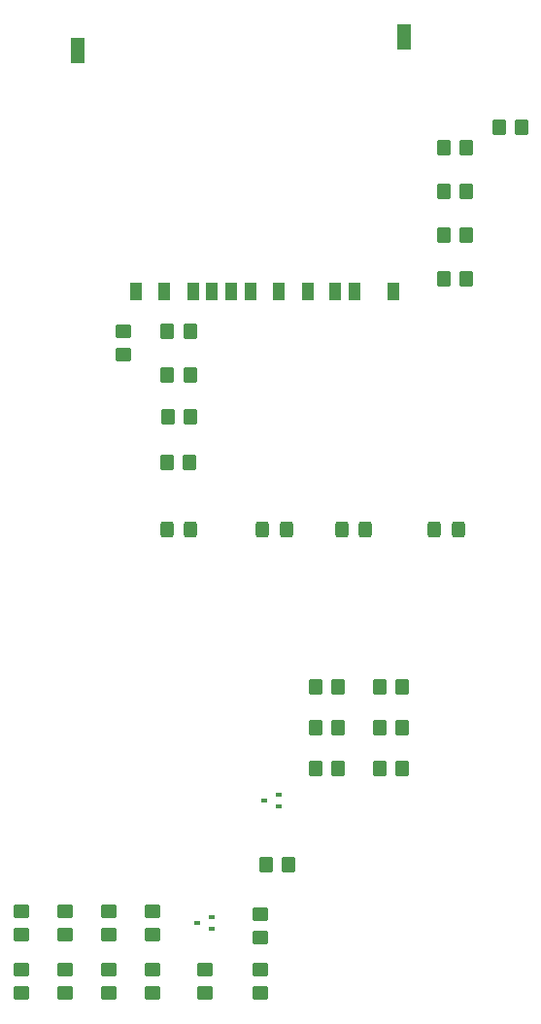
<source format=gtp>
G04 #@! TF.GenerationSoftware,KiCad,Pcbnew,6.0.0*
G04 #@! TF.CreationDate,2022-01-27T20:05:15-05:00*
G04 #@! TF.ProjectId,rlcs_power,726c6373-5f70-46f7-9765-722e6b696361,rev?*
G04 #@! TF.SameCoordinates,Original*
G04 #@! TF.FileFunction,Paste,Top*
G04 #@! TF.FilePolarity,Positive*
%FSLAX46Y46*%
G04 Gerber Fmt 4.6, Leading zero omitted, Abs format (unit mm)*
G04 Created by KiCad (PCBNEW 6.0.0) date 2022-01-27 20:05:15*
%MOMM*%
%LPD*%
G01*
G04 APERTURE LIST*
G04 Aperture macros list*
%AMRoundRect*
0 Rectangle with rounded corners*
0 $1 Rounding radius*
0 $2 $3 $4 $5 $6 $7 $8 $9 X,Y pos of 4 corners*
0 Add a 4 corners polygon primitive as box body*
4,1,4,$2,$3,$4,$5,$6,$7,$8,$9,$2,$3,0*
0 Add four circle primitives for the rounded corners*
1,1,$1+$1,$2,$3*
1,1,$1+$1,$4,$5*
1,1,$1+$1,$6,$7*
1,1,$1+$1,$8,$9*
0 Add four rect primitives between the rounded corners*
20,1,$1+$1,$2,$3,$4,$5,0*
20,1,$1+$1,$4,$5,$6,$7,0*
20,1,$1+$1,$6,$7,$8,$9,0*
20,1,$1+$1,$8,$9,$2,$3,0*%
G04 Aperture macros list end*
%ADD10RoundRect,0.249999X-0.325001X-0.450001X0.325001X-0.450001X0.325001X0.450001X-0.325001X0.450001X0*%
%ADD11RoundRect,0.249999X0.325001X0.450001X-0.325001X0.450001X-0.325001X-0.450001X0.325001X-0.450001X0*%
%ADD12R,1.000000X1.500000*%
%ADD13R,1.200000X2.200000*%
%ADD14R,0.510000X0.400000*%
%ADD15RoundRect,0.249999X-0.350001X-0.450001X0.350001X-0.450001X0.350001X0.450001X-0.350001X0.450001X0*%
%ADD16RoundRect,0.249999X0.350001X0.450001X-0.350001X0.450001X-0.350001X-0.450001X0.350001X-0.450001X0*%
%ADD17RoundRect,0.249999X0.450001X-0.350001X0.450001X0.350001X-0.450001X0.350001X-0.450001X-0.350001X0*%
%ADD18RoundRect,0.249999X-0.450001X0.350001X-0.450001X-0.350001X0.450001X-0.350001X0.450001X0.350001X0*%
%ADD19RoundRect,0.250000X0.350000X0.450000X-0.350000X0.450000X-0.350000X-0.450000X0.350000X-0.450000X0*%
%ADD20RoundRect,0.250000X-0.350000X-0.450000X0.350000X-0.450000X0.350000X0.450000X-0.350000X0.450000X0*%
%ADD21RoundRect,0.250000X0.450000X-0.350000X0.450000X0.350000X-0.450000X0.350000X-0.450000X-0.350000X0*%
G04 APERTURE END LIST*
D10*
X130302000Y-113792000D03*
X132352000Y-113792000D03*
D11*
X140462000Y-113792000D03*
X138412000Y-113792000D03*
D10*
X115062000Y-113792000D03*
X117112000Y-113792000D03*
D12*
X114854500Y-93071000D03*
X117354500Y-93071000D03*
X120654500Y-93071000D03*
X122354500Y-93071000D03*
X124854500Y-93071000D03*
X127354500Y-93071000D03*
X129779500Y-93071000D03*
X131479500Y-93071000D03*
X112354500Y-93071000D03*
X119004500Y-93071000D03*
X134829500Y-93071000D03*
D13*
X107329500Y-72071000D03*
X135729500Y-70871000D03*
D14*
X119009000Y-148582000D03*
X119009000Y-147582000D03*
X117719000Y-148082000D03*
X124851000Y-137914000D03*
X124851000Y-136914000D03*
X123561000Y-137414000D03*
D11*
X125476000Y-113792000D03*
X123426000Y-113792000D03*
D15*
X115078000Y-107950000D03*
X117078000Y-107950000D03*
D16*
X117150500Y-103949500D03*
X115150500Y-103949500D03*
X117094000Y-100330000D03*
X115094000Y-100330000D03*
D15*
X139208000Y-80518000D03*
X141208000Y-80518000D03*
X139192000Y-84328000D03*
X141192000Y-84328000D03*
D16*
X117094000Y-96520000D03*
X115094000Y-96520000D03*
D17*
X106172000Y-154162000D03*
X106172000Y-152162000D03*
X102362000Y-154162000D03*
X102362000Y-152162000D03*
X106172000Y-149082000D03*
X106172000Y-147082000D03*
X102362000Y-149082000D03*
X102362000Y-147082000D03*
X113792000Y-149082000D03*
X113792000Y-147082000D03*
X109982000Y-154162000D03*
X109982000Y-152162000D03*
X113792000Y-154162000D03*
X113792000Y-152162000D03*
X109982000Y-149082000D03*
X109982000Y-147082000D03*
D16*
X141192000Y-88138000D03*
X139192000Y-88138000D03*
D17*
X111252000Y-98520000D03*
X111252000Y-96520000D03*
D16*
X141208000Y-91948000D03*
X139208000Y-91948000D03*
X146018000Y-78740000D03*
X144018000Y-78740000D03*
D18*
X123190000Y-152162000D03*
X123190000Y-154162000D03*
D17*
X123190000Y-149336000D03*
X123190000Y-147336000D03*
D19*
X135620000Y-131064000D03*
X133620000Y-131064000D03*
D20*
X123714000Y-143002000D03*
X125714000Y-143002000D03*
D19*
X130032000Y-134620000D03*
X128032000Y-134620000D03*
X130032000Y-131064000D03*
X128032000Y-131064000D03*
X135620000Y-127508000D03*
X133620000Y-127508000D03*
X135620000Y-134620000D03*
X133620000Y-134620000D03*
D21*
X118364000Y-154162000D03*
X118364000Y-152162000D03*
D19*
X130032000Y-127508000D03*
X128032000Y-127508000D03*
M02*

</source>
